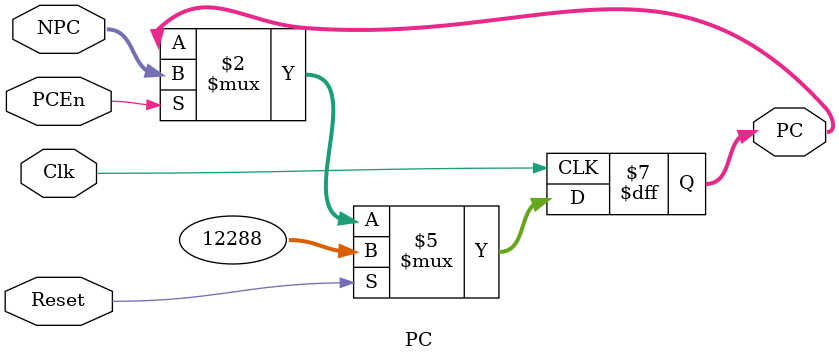
<source format=v>
`timescale 1ns / 1ps
module PC(
    input Clk,
    input Reset,
    input [31:0] NPC,
    input PCEn,
    output reg [31:0] PC
    );
	 
	 always@(posedge Clk) begin
	     if (Reset) begin
		      PC <= 32'h0000_3000;
		  end
		  else if(PCEn) begin
		      PC <= NPC;
		  end
	 end


endmodule

</source>
